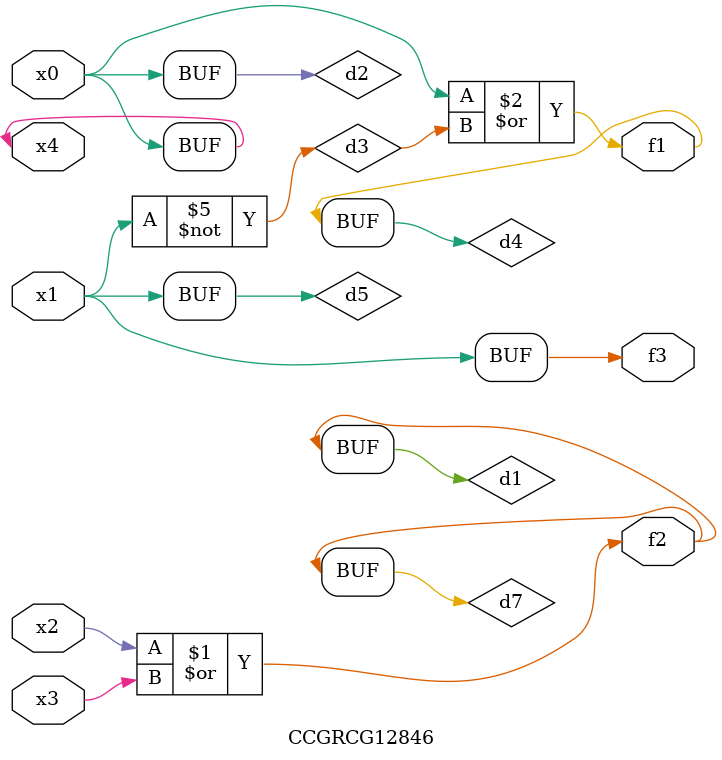
<source format=v>
module CCGRCG12846(
	input x0, x1, x2, x3, x4,
	output f1, f2, f3
);

	wire d1, d2, d3, d4, d5, d6, d7;

	or (d1, x2, x3);
	buf (d2, x0, x4);
	not (d3, x1);
	or (d4, d2, d3);
	not (d5, d3);
	nand (d6, d1, d3);
	or (d7, d1);
	assign f1 = d4;
	assign f2 = d7;
	assign f3 = d5;
endmodule

</source>
